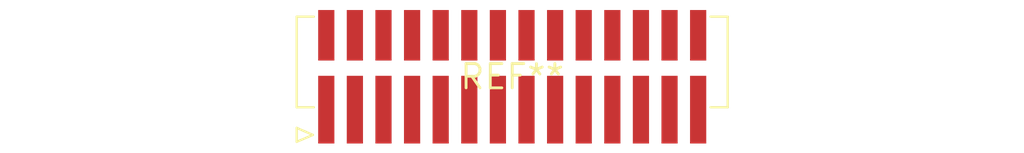
<source format=kicad_pcb>
(kicad_pcb (version 20240108) (generator pcbnew)
  (layers (0 "F.Cu" signal) (31 "B.Cu" signal) (34 "B.Paste" user) (35 "F.Paste" user) (36 "B.SilkS" user "B.Silkscreen") (37 "F.SilkS" user "F.Silkscreen") (38 "B.Mask" user) (39 "F.Mask" user) (44 "Edge.Cuts" user))
  (net 0 "")
  (footprint "Molex_Pico-SPOX_87437-1443_1x14-P1.5mm_Vertical" (layer "F.Cu") (at 0 0)
    (property "Reference" "REF**")
    (property "Value" "Molex_Pico-SPOX_87437-1443_1x14-P1.5mm_Vertical")
    (fp_line (start -11.3 -3.15) (end -10.4 -3.15) (layer "F.SilkS") (stroke (width 0.12)))
    (fp_line (start -11.3 1.6) (end -11.3 -3.15) (layer "F.SilkS") (stroke (width 0.12)))
    (fp_line (start -11.3 2.68) (end -11.3 3.41) (layer "F.SilkS") (stroke (width 0.12)))
    (fp_line (start -11.3 3.41) (end -10.45 3.05) (layer "F.SilkS") (stroke (width 0.12)))
    (fp_line (start -10.45 3.05) (end -11.3 2.68) (layer "F.SilkS") (stroke (width 0.12)))
    (fp_line (start -10.4 1.6) (end -11.3 1.6) (layer "F.SilkS") (stroke (width 0.12)))
    (fp_line (start 11.3 -3.15) (end 10.4 -3.15) (layer "F.SilkS") (stroke (width 0.12)))
    (fp_line (start 11.3 -3.15) (end 11.3 1.6) (layer "F.SilkS") (stroke (width 0.12)))
    (fp_line (start 11.3 1.6) (end 10.4 1.6) (layer "F.SilkS") (stroke (width 0.12)))
    (pad "1" smd rect (at -9.75 -2.175 90) (size 2.65 0.85) (layers "F.Cu" "F.Paste" "F.Mask"))
    (pad "1" smd rect (at -9.75 1.725 90) (size 3.55 0.85) (layers "F.Cu" "F.Paste" "F.Mask"))
    (pad "2" smd rect (at -8.25 -2.175 90) (size 2.65 0.85) (layers "F.Cu" "F.Paste" "F.Mask"))
    (pad "2" smd rect (at -8.25 1.725 90) (size 3.55 0.85) (layers "F.Cu" "F.Paste" "F.Mask"))
    (pad "3" smd rect (at -6.75 -2.175 90) (size 2.65 0.85) (layers "F.Cu" "F.Paste" "F.Mask"))
    (pad "3" smd rect (at -6.75 1.725 90) (size 3.55 0.85) (layers "F.Cu" "F.Paste" "F.Mask"))
    (pad "4" smd rect (at -5.25 -2.175 90) (size 2.65 0.85) (layers "F.Cu" "F.Paste" "F.Mask"))
    (pad "4" smd rect (at -5.25 1.725 90) (size 3.55 0.85) (layers "F.Cu" "F.Paste" "F.Mask"))
    (pad "5" smd rect (at -3.75 -2.175 90) (size 2.65 0.85) (layers "F.Cu" "F.Paste" "F.Mask"))
    (pad "5" smd rect (at -3.75 1.725 90) (size 3.55 0.85) (layers "F.Cu" "F.Paste" "F.Mask"))
    (pad "6" smd rect (at -2.25 -2.175 90) (size 2.65 0.85) (layers "F.Cu" "F.Paste" "F.Mask"))
    (pad "6" smd rect (at -2.25 1.725 90) (size 3.55 0.85) (layers "F.Cu" "F.Paste" "F.Mask"))
    (pad "7" smd rect (at -0.75 -2.175 90) (size 2.65 0.85) (layers "F.Cu" "F.Paste" "F.Mask"))
    (pad "7" smd rect (at -0.75 1.725 90) (size 3.55 0.85) (layers "F.Cu" "F.Paste" "F.Mask"))
    (pad "8" smd rect (at 0.75 -2.175 90) (size 2.65 0.85) (layers "F.Cu" "F.Paste" "F.Mask"))
    (pad "8" smd rect (at 0.75 1.725 90) (size 3.55 0.85) (layers "F.Cu" "F.Paste" "F.Mask"))
    (pad "9" smd rect (at 2.25 -2.175 90) (size 2.65 0.85) (layers "F.Cu" "F.Paste" "F.Mask"))
    (pad "9" smd rect (at 2.25 1.725 90) (size 3.55 0.85) (layers "F.Cu" "F.Paste" "F.Mask"))
    (pad "10" smd rect (at 3.75 -2.175 90) (size 2.65 0.85) (layers "F.Cu" "F.Paste" "F.Mask"))
    (pad "10" smd rect (at 3.75 1.725 90) (size 3.55 0.85) (layers "F.Cu" "F.Paste" "F.Mask"))
    (pad "11" smd rect (at 5.25 -2.175 90) (size 2.65 0.85) (layers "F.Cu" "F.Paste" "F.Mask"))
    (pad "11" smd rect (at 5.25 1.725 90) (size 3.55 0.85) (layers "F.Cu" "F.Paste" "F.Mask"))
    (pad "12" smd rect (at 6.75 -2.175 90) (size 2.65 0.85) (layers "F.Cu" "F.Paste" "F.Mask"))
    (pad "12" smd rect (at 6.75 1.725 90) (size 3.55 0.85) (layers "F.Cu" "F.Paste" "F.Mask"))
    (pad "13" smd rect (at 8.25 -2.175 90) (size 2.65 0.85) (layers "F.Cu" "F.Paste" "F.Mask"))
    (pad "13" smd rect (at 8.25 1.725 90) (size 3.55 0.85) (layers "F.Cu" "F.Paste" "F.Mask"))
    (pad "14" smd rect (at 9.75 -2.175 90) (size 2.65 0.85) (layers "F.Cu" "F.Paste" "F.Mask"))
    (pad "14" smd rect (at 9.75 1.725 90) (size 3.55 0.85) (layers "F.Cu" "F.Paste" "F.Mask"))
  )
)
</source>
